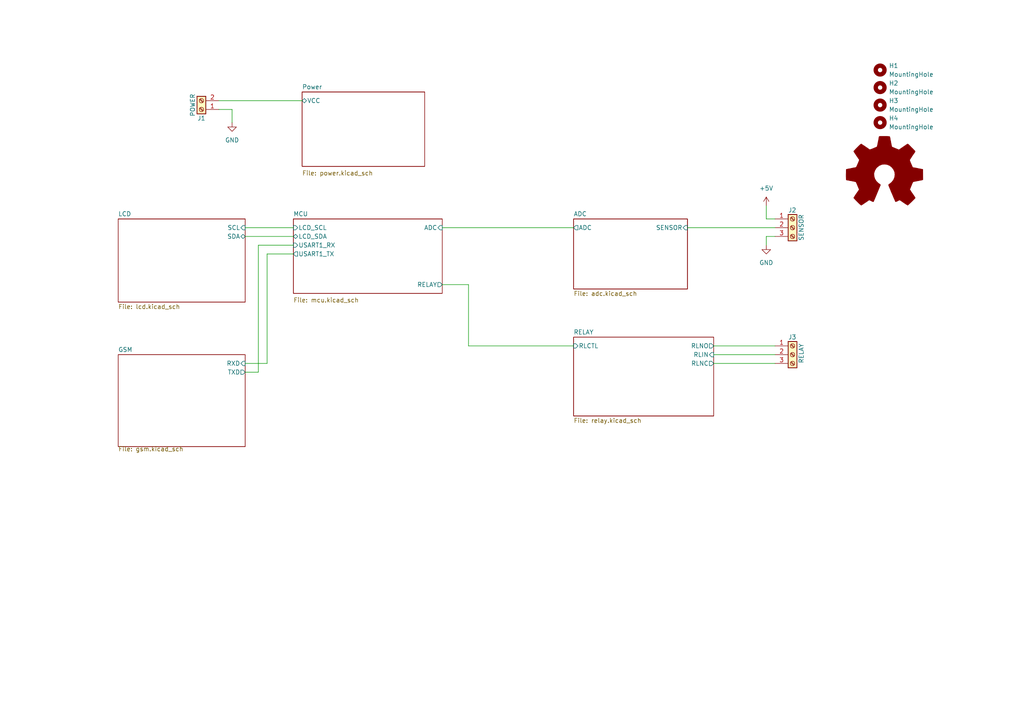
<source format=kicad_sch>
(kicad_sch (version 20230121) (generator eeschema)
  (paper "A4")
  (title_block (title "2023 Staj Projesi") (date "2023-07-24") (rev "1.0") (company "Hidro Elektronik") (comment 1 "Mehmet Emre SAYGI(2019513057@ogr.cu.edu.tr)") (comment 2 "Yilmaz Can DURAN(duranyilmazcan@gmail.com)") (comment 3 "Asli VEZIR(vezirasli@gmail.com)"))
  (lib_symbols
    (symbol "Connector:Screw_Terminal_01x02" (pin_names (offset 1.016) hide)
      (property "Reference" "J" (at 0 2.54 0))
      (property "Value" "Screw_Terminal_01x02" (at 0 -5.08 0))
      (symbol "Screw_Terminal_01x02_1_1"
        (rectangle (start -1.27 1.27) (end 1.27 -3.81) (stroke (width 0.254)) (fill (type background)))
        (circle (center 0 -2.54) (radius 0.635) (stroke (width 0.1524)))
        (polyline (pts (xy -0.5334 -2.2098) (xy 0.3302 -3.048)) (stroke (width 0.1524)))
        (polyline (pts (xy -0.5334 0.3302) (xy 0.3302 -0.508)) (stroke (width 0.1524)))
        (polyline (pts (xy -0.3556 -2.032) (xy 0.508 -2.8702)) (stroke (width 0.1524)))
        (polyline (pts (xy -0.3556 0.508) (xy 0.508 -0.3302)) (stroke (width 0.1524)))
        (circle (center 0 0) (radius 0.635) (stroke (width 0.1524)))
        (pin passive line (at -5.08 0 0) (length 3.81) (name "Pin_1") (number "1"))
        (pin passive line (at -5.08 -2.54 0) (length 3.81) (name "Pin_2") (number "2"))
      )
    )
    (symbol "Connector:Screw_Terminal_01x03" (pin_names (offset 1.016) hide)
      (property "Reference" "J" (at 0 5.08 0))
      (property "Value" "Screw_Terminal_01x03" (at 0 -5.08 0))
      (symbol "Screw_Terminal_01x03_1_1"
        (rectangle (start -1.27 3.81) (end 1.27 -3.81) (stroke (width 0.254)) (fill (type background)))
        (circle (center 0 -2.54) (radius 0.635) (stroke (width 0.1524)))
        (polyline (pts (xy -0.5334 -2.2098) (xy 0.3302 -3.048)) (stroke (width 0.1524)))
        (polyline (pts (xy -0.5334 0.3302) (xy 0.3302 -0.508)) (stroke (width 0.1524)))
        (polyline (pts (xy -0.5334 2.8702) (xy 0.3302 2.032)) (stroke (width 0.1524)))
        (polyline (pts (xy -0.3556 -2.032) (xy 0.508 -2.8702)) (stroke (width 0.1524)))
        (polyline (pts (xy -0.3556 0.508) (xy 0.508 -0.3302)) (stroke (width 0.1524)))
        (polyline (pts (xy -0.3556 3.048) (xy 0.508 2.2098)) (stroke (width 0.1524)))
        (circle (center 0 0) (radius 0.635) (stroke (width 0.1524)))
        (circle (center 0 2.54) (radius 0.635) (stroke (width 0.1524)))
        (pin passive line (at -5.08 2.54 0) (length 3.81) (name "Pin_1") (number "1"))
        (pin passive line (at -5.08 0 0) (length 3.81) (name "Pin_2") (number "2"))
        (pin passive line (at -5.08 -2.54 0) (length 3.81) (name "Pin_3") (number "3"))
      )
    )
    (symbol "Graphic:Logo_Open_Hardware_Large" (in_bom no) (on_board no)
      (symbol "Logo_Open_Hardware_Large_1_1"
        (polyline (pts (xy 6.731 -8.7122) (xy 6.6294 -8.6614) (xy 6.35 -8.4836) (xy 5.9944 -8.255) (xy 5.5372 -7.9502) (xy 5.1054 -7.6454) (xy 4.7498 -7.4168) (xy 4.4958 -7.239) (xy 4.3942 -7.1882) (xy 4.318 -7.2136) (xy 4.1148 -7.3152) (xy 3.81 -7.4676) (xy 3.6322 -7.5692) (xy 3.3528 -7.6708) (xy 3.2258 -7.6962) (xy 3.2004 -7.6708) (xy 3.0988 -7.4676) (xy 2.9464 -7.0866) (xy 2.7178 -6.604) (xy 2.4892 -6.0452) (xy 2.2352 -5.4356) (xy 1.9558 -4.826) (xy 1.7272 -4.2164) (xy 1.4986 -3.683) (xy 1.3208 -3.2512) (xy 1.2192 -2.9464) (xy 1.1684 -2.8194) (xy 1.1938 -2.794) (xy 1.3208 -2.667) (xy 1.5748 -2.4892) (xy 2.0828 -2.0574) (xy 2.6162 -1.397) (xy 2.921 -0.6604) (xy 3.048 0.1524) (xy 2.9464 0.9144) (xy 2.6416 1.6256) (xy 2.1336 2.286) (xy 1.524 2.7686) (xy 0.8128 3.0734) (xy 0 3.175) (xy -0.762 3.0988) (xy -1.4986 2.794) (xy -2.159 2.286) (xy -2.4384 1.9812) (xy -2.8194 1.3208) (xy -3.048 0.6096) (xy -3.0734 0.4318) (xy -3.0226 -0.3556) (xy -2.794 -1.0922) (xy -2.3876 -1.7526) (xy -1.8288 -2.3114) (xy -1.7526 -2.3622) (xy -1.4732 -2.5654) (xy -1.2954 -2.6924) (xy -1.1684 -2.8194) (xy -2.159 -5.207) (xy -2.3114 -5.588) (xy -2.5908 -6.2484) (xy -2.8194 -6.8072) (xy -3.0226 -7.2644) (xy -3.1496 -7.5692) (xy -3.2258 -7.6708) (xy -3.2258 -7.6962) (xy -3.302 -7.6962) (xy -3.4798 -7.6454) (xy -3.8354 -7.4676) (xy -4.0386 -7.366) (xy -4.2926 -7.239) (xy -4.4196 -7.1882) (xy -4.5212 -7.239) (xy -4.7498 -7.3914) (xy -5.1054 -7.6454) (xy -5.5372 -7.9248) (xy -5.9436 -8.2042) (xy -6.3246 -8.4582) (xy -6.604 -8.636) (xy -6.731 -8.7122) (xy -6.7564 -8.7122) (xy -6.858 -8.636) (xy -7.0866 -8.4582) (xy -7.4168 -8.1534) (xy -7.874 -7.6962) (xy -7.9502 -7.62) (xy -8.3312 -7.239) (xy -8.636 -6.9088) (xy -8.8392 -6.6802) (xy -8.9154 -6.5786) (xy -8.9154 -6.5786) (xy -8.8392 -6.4516) (xy -8.6614 -6.1722) (xy -8.4328 -5.7912) (xy -8.128 -5.3594) (xy -7.3152 -4.191) (xy -7.7724 -3.0988) (xy -7.8994 -2.7686) (xy -8.0772 -2.3622) (xy -8.2042 -2.0828) (xy -8.255 -1.9558) (xy -8.382 -1.905) (xy -8.6614 -1.8542) (xy -9.0932 -1.7526) (xy -9.6266 -1.651) (xy -10.1092 -1.5748) (xy -10.541 -1.4732) (xy -10.8712 -1.4224) (xy -11.0236 -1.397) (xy -11.049 -1.3716) (xy -11.0744 -1.2954) (xy -11.0998 -1.143) (xy -11.0998 -0.889) (xy -11.1252 -0.4572) (xy -11.1252 0.1524) (xy -11.1252 0.2286) (xy -11.0998 0.8128) (xy -11.0998 1.27) (xy -11.0744 1.5494) (xy -11.0744 1.6764) (xy -11.0744 1.6764) (xy -10.922 1.7018) (xy -10.6172 1.778) (xy -10.16 1.8542) (xy -9.652 1.9558) (xy -9.6012 1.9812) (xy -9.0932 2.0828) (xy -8.636 2.159) (xy -8.3312 2.2352) (xy -8.2042 2.286) (xy -8.1788 2.3114) (xy -8.0772 2.5146) (xy -7.9248 2.8448) (xy -7.747 3.2512) (xy -7.5692 3.6576) (xy -7.4168 4.0386) (xy -7.3152 4.318) (xy -7.2898 4.445) (xy -7.2898 4.445) (xy -7.366 4.572) (xy -7.5438 4.826) (xy -7.7978 5.207) (xy -8.128 5.6642) (xy -8.128 5.6896) (xy -8.4328 6.1468) (xy -8.6868 6.5278) (xy -8.8392 6.7818) (xy -8.9154 6.9088) (xy -8.9154 6.9088) (xy -8.8138 7.0358) (xy -8.5852 7.2898) (xy -8.255 7.6454) (xy -7.874 8.0264) (xy -7.747 8.1534) (xy -7.3152 8.5852) (xy -7.0104 8.8646) (xy -6.8326 8.9916) (xy -6.731 9.0424) (xy -6.731 9.0424) (xy -6.604 8.9408) (xy -6.3246 8.763) (xy -5.9436 8.509) (xy -5.4864 8.2042) (xy -5.461 8.1788) (xy -5.0038 7.874) (xy -4.6482 7.62) (xy -4.3688 7.4422) (xy -4.2672 7.3914) (xy -4.2418 7.3914) (xy -4.064 7.4422) (xy -3.7338 7.5438) (xy -3.3528 7.6962) (xy -2.9464 7.874) (xy -2.5654 8.0264) (xy -2.286 8.1534) (xy -2.159 8.2296) (xy -2.159 8.2296) (xy -2.1082 8.382) (xy -2.032 8.7122) (xy -1.9304 9.1694) (xy -1.8288 9.7282) (xy -1.8034 9.8044) (xy -1.7018 10.3378) (xy -1.6256 10.7696) (xy -1.5748 11.0744) (xy -1.524 11.2014) (xy -1.4478 11.2268) (xy -1.1938 11.2522) (xy -0.8128 11.2522) (xy -0.3302 11.2522) (xy 0.1524 11.2522) (xy 0.6604 11.2522) (xy 1.0668 11.2268) (xy 1.3716 11.2014) (xy 1.4986 11.176) (xy 1.4986 11.176) (xy 1.5494 11.0236) (xy 1.6256 10.6934) (xy 1.7018 10.2108) (xy 1.8288 9.6774) (xy 1.8288 9.5758) (xy 1.9304 9.0424) (xy 2.032 8.6106) (xy 2.0828 8.3058) (xy 2.1336 8.2042) (xy 2.159 8.1788) (xy 2.3876 8.0772) (xy 2.7432 7.9248) (xy 3.175 7.747) (xy 4.191 7.3406) (xy 5.461 8.2042) (xy 5.5626 8.2804) (xy 6.0198 8.5852) (xy 6.3754 8.8392) (xy 6.6294 8.9916) (xy 6.7564 9.0424) (xy 6.7564 9.0424) (xy 6.8834 8.9408) (xy 7.1374 8.7122) (xy 7.4676 8.382) (xy 7.8486 7.9756) (xy 8.1534 7.6962) (xy 8.4836 7.3406) (xy 8.7122 7.112) (xy 8.8392 6.9596) (xy 8.8646 6.858) (xy 8.8646 6.8072) (xy 8.7884 6.6802) (xy 8.6106 6.4008) (xy 8.3312 6.0198) (xy 8.0264 5.588) (xy 7.7978 5.207) (xy 7.5184 4.8006) (xy 7.3406 4.4958) (xy 7.2898 4.3434) (xy 7.2898 4.2926) (xy 7.3914 4.0386) (xy 7.5184 3.683) (xy 7.7216 3.2258) (xy 8.1534 2.2352) (xy 8.7884 2.1082) (xy 9.1948 2.0574) (xy 9.7536 1.9304) (xy 10.2616 1.8288) (xy 11.0998 1.6764) (xy 11.1252 -1.3208) (xy 10.9982 -1.3716) (xy 10.8712 -1.397) (xy 10.5664 -1.4732) (xy 10.1346 -1.5494) (xy 9.6266 -1.651) (xy 9.1948 -1.7272) (xy 8.7376 -1.8288) (xy 8.4328 -1.8796) (xy 8.2804 -1.905) (xy 8.255 -1.9558) (xy 8.1534 -2.159) (xy 7.9756 -2.5146) (xy 7.8232 -2.921) (xy 7.6454 -3.3274) (xy 7.493 -3.7338) (xy 7.366 -4.0132) (xy 7.3406 -4.191) (xy 7.3914 -4.2926) (xy 7.5692 -4.5466) (xy 7.7978 -4.9276) (xy 8.1026 -5.3594) (xy 8.4074 -5.7912) (xy 8.6614 -6.1722) (xy 8.8138 -6.4262) (xy 8.89 -6.5532) (xy 8.8646 -6.6548) (xy 8.6868 -6.858) (xy 8.3566 -7.1882) (xy 7.874 -7.6708) (xy 7.7978 -7.747) (xy 7.3914 -8.128) (xy 7.0612 -8.4328) (xy 6.8326 -8.636) (xy 6.731 -8.7122)) (fill (type outline)))
      )
    )
    (symbol "Mechanical:MountingHole" (pin_names (offset 1.016))
      (property "Reference" "H" (at 0 5.08 0))
      (property "Value" "MountingHole" (at 0 3.175 0))
      (symbol "MountingHole_0_1"
        (circle (center 0 0) (radius 1.27) (stroke (width 1.27)))
      )
    )
    (symbol "power:+5V" (power) (pin_names (offset 0))
      (property "Value" "+5V" (at 0 3.556 0))
      (symbol "+5V_0_1"
        (polyline (pts (xy -0.762 1.27) (xy 0 2.54)))
        (polyline (pts (xy 0 0) (xy 0 2.54)))
        (polyline (pts (xy 0 2.54) (xy 0.762 1.27)))
      )
      (symbol "+5V_1_1"
        (pin power_in line (at 0 0 90) (length 0) hide (name "+5V") (number "1"))
      )
    )
    (symbol "power:GND" (power) (pin_names (offset 0))
      (property "Value" "GND" (at 0 -3.81 0))
      (symbol "GND_0_1"
        (polyline (pts (xy 0 0) (xy 0 -1.27) (xy 1.27 -1.27) (xy 0 -2.54) (xy -1.27 -1.27) (xy 0 -1.27)))
      )
      (symbol "GND_1_1"
        (pin power_in line (at 0 0 270) (length 0) hide (name "GND") (number "1"))
      )
    )
  )
  (wire (pts (xy 135.89 100.33) (xy 166.37 100.33)))
  (wire (pts (xy 71.12 66.04) (xy 85.09 66.04)))
  (wire (pts (xy 128.27 66.04) (xy 166.37 66.04)))
  (wire (pts (xy 77.47 73.66) (xy 77.47 105.41)))
  (wire (pts (xy 222.25 63.5) (xy 224.79 63.5)))
  (wire (pts (xy 63.5 31.75) (xy 67.31 31.75)))
  (wire (pts (xy 85.09 71.12) (xy 74.93 71.12)))
  (wire (pts (xy 128.27 82.55) (xy 135.89 82.55)))
  (wire (pts (xy 135.89 82.55) (xy 135.89 100.33)))
  (wire (pts (xy 71.12 68.58) (xy 85.09 68.58)))
  (wire (pts (xy 77.47 105.41) (xy 71.12 105.41)))
  (wire (pts (xy 207.01 105.41) (xy 224.79 105.41)))
  (wire (pts (xy 85.09 73.66) (xy 77.47 73.66)))
  (wire (pts (xy 224.79 68.58) (xy 222.25 68.58)))
  (wire (pts (xy 222.25 59.69) (xy 222.25 63.5)))
  (wire (pts (xy 71.12 107.95) (xy 74.93 107.95)))
  (wire (pts (xy 199.39 66.04) (xy 224.79 66.04)))
  (wire (pts (xy 207.01 100.33) (xy 224.79 100.33)))
  (wire (pts (xy 207.01 102.87) (xy 224.79 102.87)))
  (wire (pts (xy 63.5 29.21) (xy 87.63 29.21)))
  (wire (pts (xy 74.93 71.12) (xy 74.93 107.95)))
  (wire (pts (xy 222.25 68.58) (xy 222.25 71.12)))
  (wire (pts (xy 67.31 31.75) (xy 67.31 35.56)))
  (symbol (lib_id "power:GND") (at 67.31 35.56 0) (unit 1)
    (property "Reference" "#PWR01" (effects hide))
    (property "Value" "GND" (at 67.31 40.64 0))
  )
  (symbol (lib_id "Mechanical:MountingHole") (at 255.27 25.4 0) (unit 1)
    (property "Reference" "H2" (at 257.81 24.13 0) (effects (justify left)))
    (property "Value" "MountingHole" (at 257.81 26.67 0) (effects (justify left)))
    (property "Footprint" "MountingHole:MountingHole_2.5mm_Pad" (effects hide))
  )
  (symbol (lib_id "Mechanical:MountingHole") (at 255.27 35.56 0) (unit 1)
    (property "Reference" "H4" (at 257.81 34.29 0) (effects (justify left)))
    (property "Value" "MountingHole" (at 257.81 36.83 0) (effects (justify left)))
    (property "Footprint" "MountingHole:MountingHole_2.5mm_Pad" (effects hide))
  )
  (symbol (lib_id "Graphic:Logo_Open_Hardware_Large") (at 256.54 50.8 0) (unit 1) (in_bom no) (on_board no)
    (property "Reference" "#SYM1" (effects hide))
    (property "Value" "Logo_Open_Hardware_Large" (effects hide))
    (property "Footprint" "Symbol:OSHW-Logo2_7.3x6mm_SilkScreen" (effects hide))
    (property "Sim.Enable" "0" (effects hide))
  )
  (symbol (lib_id "power:GND") (at 222.25 71.12 0) (unit 1)
    (property "Reference" "#PWR03" (effects hide))
    (property "Value" "GND" (at 222.25 76.2 0))
  )
  (symbol (lib_id "Connector:Screw_Terminal_01x02") (at 58.42 31.75 180) (unit 1)
    (property "Reference" "J1" (at 58.42 34.29 0))
    (property "Value" "POWER" (at 55.88 30.48 90))
    (property "Footprint" "Connector_Phoenix_MSTB:PhoenixContact_MSTBA_2,5_2-G-5,08_1x02_P5.08mm_Horizontal" (effects hide))
  )
  (symbol (lib_id "Mechanical:MountingHole") (at 255.27 20.32 0) (unit 1)
    (property "Reference" "H1" (at 257.81 19.05 0) (effects (justify left)))
    (property "Value" "MountingHole" (at 257.81 21.59 0) (effects (justify left)))
    (property "Footprint" "MountingHole:MountingHole_2.5mm_Pad" (effects hide))
  )
  (symbol (lib_id "Mechanical:MountingHole") (at 255.27 30.48 0) (unit 1)
    (property "Reference" "H3" (at 257.81 29.21 0) (effects (justify left)))
    (property "Value" "MountingHole" (at 257.81 31.75 0) (effects (justify left)))
    (property "Footprint" "MountingHole:MountingHole_2.5mm_Pad" (effects hide))
  )
  (symbol (lib_id "Connector:Screw_Terminal_01x03") (at 229.87 102.87 0) (unit 1)
    (property "Reference" "J3" (at 228.6 97.79 0) (effects (justify left)))
    (property "Value" "RELAY" (at 232.41 105.41 90) (effects (justify left)))
    (property "Footprint" "Connector_Phoenix_MSTB:PhoenixContact_MSTBA_2,5_3-G-5,08_1x03_P5.08mm_Horizontal" (effects hide))
  )
  (symbol (lib_id "Connector:Screw_Terminal_01x03") (at 229.87 66.04 0) (unit 1)
    (property "Reference" "J2" (at 228.6 60.96 0) (effects (justify left)))
    (property "Value" "SENSOR" (at 232.41 69.85 90) (effects (justify left)))
    (property "Footprint" "Connector_Phoenix_MSTB:PhoenixContact_MSTBA_2,5_3-G-5,08_1x03_P5.08mm_Horizontal" (effects hide))
  )
  (symbol (lib_id "power:+5V") (at 222.25 59.69 0) (unit 1)
    (property "Reference" "#PWR02" (effects hide))
    (property "Value" "+5V" (at 222.25 54.61 0))
  )
  (sheet (at 34.29 102.87) (size 36.83 26.67) (stroke (width 0.1524))
    (property "Sheetname" "GSM" (at 34.29 102.1584 0) (effects (justify left bottom)))
    (property "Sheetfile" "gsm.kicad_sch" (at 34.29 129.4896 0) (effects (justify left top)))
    (pin "TXD" output (at 71.12 107.95 0))
    (pin "RXD" input (at 71.12 105.41 0))
  )
  (sheet (at 166.37 63.5) (size 33.02 20.32) (stroke (width 0.1524))
    (property "Sheetname" "ADC" (at 166.37 62.7884 0) (effects (justify left bottom)))
    (property "Sheetfile" "adc.kicad_sch" (at 166.37 84.4046 0) (effects (justify left top)))
    (pin "ADC" output (at 166.37 66.04 180))
    (pin "SENSOR" input (at 199.39 66.04 0))
  )
  (sheet (at 166.37 97.79) (size 40.64 22.86) (stroke (width 0.1524))
    (property "Sheetname" "RELAY" (at 166.37 97.0784 0) (effects (justify left bottom)))
    (property "Sheetfile" "relay.kicad_sch" (at 166.37 121.2346 0) (effects (justify left top)))
    (pin "RLCTL" input (at 166.37 100.33 180))
    (pin "RLNO" output (at 207.01 100.33 0))
    (pin "RLIN" input (at 207.01 102.87 0))
    (pin "RLNC" output (at 207.01 105.41 0))
  )
  (sheet (at 34.29 63.5) (size 36.83 24.13) (stroke (width 0.1524))
    (property "Sheetname" "LCD" (at 34.29 62.7884 0) (effects (justify left bottom)))
    (property "Sheetfile" "lcd.kicad_sch" (at 34.29 88.2146 0) (effects (justify left top)))
    (pin "SCL" input (at 71.12 66.04 0))
    (pin "SDA" bidirectional (at 71.12 68.58 0))
  )
  (sheet (at 85.09 63.5) (size 43.18 21.59) (stroke (width 0.1524))
    (property "Sheetname" "MCU" (at 85.09 62.7884 0) (effects (justify left bottom)))
    (property "Sheetfile" "mcu.kicad_sch" (at 85.09 86.3096 0) (effects (justify left top)))
    (pin "USART1_TX" output (at 85.09 73.66 180))
    (pin "USART1_RX" input (at 85.09 71.12 180))
    (pin "LCD_SCL" input (at 85.09 66.04 180))
    (pin "LCD_SDA" bidirectional (at 85.09 68.58 180))
    (pin "RELAY" output (at 128.27 82.55 0))
    (pin "ADC" input (at 128.27 66.04 0))
  )
  (sheet (at 87.63 26.67) (size 35.56 21.59) (stroke (width 0.1524))
    (property "Sheetname" "Power" (at 87.63 25.9584 0) (effects (justify left bottom)))
    (property "Sheetfile" "power.kicad_sch" (at 87.63 49.4796 0) (effects (justify left top)))
    (pin "VCC" bidirectional (at 87.63 29.21 180))
  )
)
</source>
